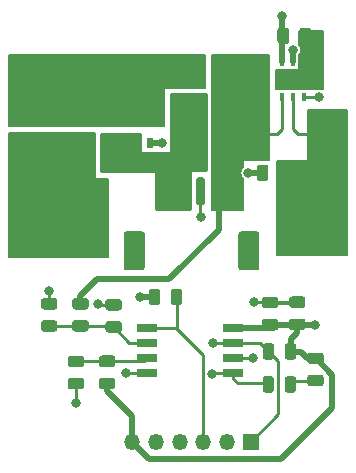
<source format=gbr>
%TF.GenerationSoftware,KiCad,Pcbnew,5.1.6+dfsg1-1*%
%TF.CreationDate,2021-04-16T09:38:54+02:00*%
%TF.ProjectId,buck_3a_v4,6275636b-5f33-4615-9f76-342e6b696361,rev?*%
%TF.SameCoordinates,Original*%
%TF.FileFunction,Copper,L1,Top*%
%TF.FilePolarity,Positive*%
%FSLAX46Y46*%
G04 Gerber Fmt 4.6, Leading zero omitted, Abs format (unit mm)*
G04 Created by KiCad (PCBNEW 5.1.6+dfsg1-1) date 2021-04-16 09:38:54*
%MOMM*%
%LPD*%
G01*
G04 APERTURE LIST*
%TA.AperFunction,SMDPad,CuDef*%
%ADD10R,3.400000X2.000000*%
%TD*%
%TA.AperFunction,SMDPad,CuDef*%
%ADD11R,2.500000X1.800000*%
%TD*%
%TA.AperFunction,ComponentPad*%
%ADD12C,4.000000*%
%TD*%
%TA.AperFunction,ComponentPad*%
%ADD13O,1.350000X1.350000*%
%TD*%
%TA.AperFunction,ComponentPad*%
%ADD14R,1.350000X1.350000*%
%TD*%
%TA.AperFunction,SMDPad,CuDef*%
%ADD15R,1.700000X0.650000*%
%TD*%
%TA.AperFunction,SMDPad,CuDef*%
%ADD16R,0.420000X0.760000*%
%TD*%
%TA.AperFunction,SMDPad,CuDef*%
%ADD17R,2.300000X1.500000*%
%TD*%
%TA.AperFunction,Conductor*%
%ADD18R,4.410000X4.550000*%
%TD*%
%TA.AperFunction,SMDPad,CuDef*%
%ADD19R,0.500000X0.850000*%
%TD*%
%TA.AperFunction,ViaPad*%
%ADD20C,0.800000*%
%TD*%
%TA.AperFunction,Conductor*%
%ADD21C,0.250000*%
%TD*%
%TA.AperFunction,Conductor*%
%ADD22C,0.500000*%
%TD*%
%TA.AperFunction,Conductor*%
%ADD23C,0.254000*%
%TD*%
%TA.AperFunction,Conductor*%
%ADD24C,0.150000*%
%TD*%
G04 APERTURE END LIST*
%TO.P,R8,2*%
%TO.N,GND*%
%TA.AperFunction,SMDPad,CuDef*%
G36*
G01*
X39743750Y-63050000D02*
X40656250Y-63050000D01*
G75*
G02*
X40900000Y-63293750I0J-243750D01*
G01*
X40900000Y-63781250D01*
G75*
G02*
X40656250Y-64025000I-243750J0D01*
G01*
X39743750Y-64025000D01*
G75*
G02*
X39500000Y-63781250I0J243750D01*
G01*
X39500000Y-63293750D01*
G75*
G02*
X39743750Y-63050000I243750J0D01*
G01*
G37*
%TD.AperFunction*%
%TO.P,R8,1*%
%TO.N,/TMESS*%
%TA.AperFunction,SMDPad,CuDef*%
G36*
G01*
X39743750Y-61175000D02*
X40656250Y-61175000D01*
G75*
G02*
X40900000Y-61418750I0J-243750D01*
G01*
X40900000Y-61906250D01*
G75*
G02*
X40656250Y-62150000I-243750J0D01*
G01*
X39743750Y-62150000D01*
G75*
G02*
X39500000Y-61906250I0J243750D01*
G01*
X39500000Y-61418750D01*
G75*
G02*
X39743750Y-61175000I243750J0D01*
G01*
G37*
%TD.AperFunction*%
%TD*%
%TO.P,C3,2*%
%TO.N,Net-(C3-Pad2)*%
%TA.AperFunction,SMDPad,CuDef*%
G36*
G01*
X57412500Y-46156250D02*
X57412500Y-45243750D01*
G75*
G02*
X57656250Y-45000000I243750J0D01*
G01*
X58143750Y-45000000D01*
G75*
G02*
X58387500Y-45243750I0J-243750D01*
G01*
X58387500Y-46156250D01*
G75*
G02*
X58143750Y-46400000I-243750J0D01*
G01*
X57656250Y-46400000D01*
G75*
G02*
X57412500Y-46156250I0J243750D01*
G01*
G37*
%TD.AperFunction*%
%TO.P,C3,1*%
%TO.N,Net-(C3-Pad1)*%
%TA.AperFunction,SMDPad,CuDef*%
G36*
G01*
X55537500Y-46156250D02*
X55537500Y-45243750D01*
G75*
G02*
X55781250Y-45000000I243750J0D01*
G01*
X56268750Y-45000000D01*
G75*
G02*
X56512500Y-45243750I0J-243750D01*
G01*
X56512500Y-46156250D01*
G75*
G02*
X56268750Y-46400000I-243750J0D01*
G01*
X55781250Y-46400000D01*
G75*
G02*
X55537500Y-46156250I0J243750D01*
G01*
G37*
%TD.AperFunction*%
%TD*%
%TO.P,C7,2*%
%TO.N,GND*%
%TA.AperFunction,SMDPad,CuDef*%
G36*
G01*
X59150000Y-34556250D02*
X59150000Y-33643750D01*
G75*
G02*
X59393750Y-33400000I243750J0D01*
G01*
X59881250Y-33400000D01*
G75*
G02*
X60125000Y-33643750I0J-243750D01*
G01*
X60125000Y-34556250D01*
G75*
G02*
X59881250Y-34800000I-243750J0D01*
G01*
X59393750Y-34800000D01*
G75*
G02*
X59150000Y-34556250I0J243750D01*
G01*
G37*
%TD.AperFunction*%
%TO.P,C7,1*%
%TO.N,+5V*%
%TA.AperFunction,SMDPad,CuDef*%
G36*
G01*
X57275000Y-34556250D02*
X57275000Y-33643750D01*
G75*
G02*
X57518750Y-33400000I243750J0D01*
G01*
X58006250Y-33400000D01*
G75*
G02*
X58250000Y-33643750I0J-243750D01*
G01*
X58250000Y-34556250D01*
G75*
G02*
X58006250Y-34800000I-243750J0D01*
G01*
X57518750Y-34800000D01*
G75*
G02*
X57275000Y-34556250I0J243750D01*
G01*
G37*
%TD.AperFunction*%
%TD*%
%TO.P,C1,2*%
%TO.N,GND*%
%TA.AperFunction,SMDPad,CuDef*%
G36*
G01*
X50625000Y-41725000D02*
X50625000Y-43875000D01*
G75*
G02*
X50375000Y-44125000I-250000J0D01*
G01*
X49625000Y-44125000D01*
G75*
G02*
X49375000Y-43875000I0J250000D01*
G01*
X49375000Y-41725000D01*
G75*
G02*
X49625000Y-41475000I250000J0D01*
G01*
X50375000Y-41475000D01*
G75*
G02*
X50625000Y-41725000I0J-250000D01*
G01*
G37*
%TD.AperFunction*%
%TO.P,C1,1*%
%TO.N,VCC*%
%TA.AperFunction,SMDPad,CuDef*%
G36*
G01*
X53425000Y-41725000D02*
X53425000Y-43875000D01*
G75*
G02*
X53175000Y-44125000I-250000J0D01*
G01*
X52425000Y-44125000D01*
G75*
G02*
X52175000Y-43875000I0J250000D01*
G01*
X52175000Y-41725000D01*
G75*
G02*
X52425000Y-41475000I250000J0D01*
G01*
X53175000Y-41475000D01*
G75*
G02*
X53425000Y-41725000I0J-250000D01*
G01*
G37*
%TD.AperFunction*%
%TD*%
D10*
%TO.P,L1,2*%
%TO.N,Net-(D1-Pad2)*%
X37800000Y-37850000D03*
%TO.P,L1,1*%
%TO.N,Net-(C3-Pad1)*%
X37800000Y-43550000D03*
%TD*%
D11*
%TO.P,D1,2*%
%TO.N,Net-(D1-Pad2)*%
X49400000Y-36900000D03*
%TO.P,D1,1*%
%TO.N,VCC*%
X53400000Y-36900000D03*
%TD*%
%TO.P,C6,2*%
%TO.N,GND*%
%TA.AperFunction,SMDPad,CuDef*%
G36*
G01*
X43856250Y-57350000D02*
X42943750Y-57350000D01*
G75*
G02*
X42700000Y-57106250I0J243750D01*
G01*
X42700000Y-56618750D01*
G75*
G02*
X42943750Y-56375000I243750J0D01*
G01*
X43856250Y-56375000D01*
G75*
G02*
X44100000Y-56618750I0J-243750D01*
G01*
X44100000Y-57106250D01*
G75*
G02*
X43856250Y-57350000I-243750J0D01*
G01*
G37*
%TD.AperFunction*%
%TO.P,C6,1*%
%TO.N,/VMESS*%
%TA.AperFunction,SMDPad,CuDef*%
G36*
G01*
X43856250Y-59225000D02*
X42943750Y-59225000D01*
G75*
G02*
X42700000Y-58981250I0J243750D01*
G01*
X42700000Y-58493750D01*
G75*
G02*
X42943750Y-58250000I243750J0D01*
G01*
X43856250Y-58250000D01*
G75*
G02*
X44100000Y-58493750I0J-243750D01*
G01*
X44100000Y-58981250D01*
G75*
G02*
X43856250Y-59225000I-243750J0D01*
G01*
G37*
%TD.AperFunction*%
%TD*%
D12*
%TO.P,LED+,1*%
%TO.N,Net-(C3-Pad2)*%
X60000000Y-50000000D03*
%TD*%
%TO.P,LED-,1*%
%TO.N,Net-(C3-Pad1)*%
X40000000Y-50000000D03*
%TD*%
%TO.P,J3,MP*%
%TO.N,N/C*%
%TA.AperFunction,SMDPad,CuDef*%
G36*
G01*
X46050000Y-50900000D02*
X46050000Y-53700000D01*
G75*
G02*
X45800000Y-53950000I-250000J0D01*
G01*
X44500000Y-53950000D01*
G75*
G02*
X44250000Y-53700000I0J250000D01*
G01*
X44250000Y-50900000D01*
G75*
G02*
X44500000Y-50650000I250000J0D01*
G01*
X45800000Y-50650000D01*
G75*
G02*
X46050000Y-50900000I0J-250000D01*
G01*
G37*
%TD.AperFunction*%
%TA.AperFunction,SMDPad,CuDef*%
G36*
G01*
X55750000Y-50900000D02*
X55750000Y-53700000D01*
G75*
G02*
X55500000Y-53950000I-250000J0D01*
G01*
X54200000Y-53950000D01*
G75*
G02*
X53950000Y-53700000I0J250000D01*
G01*
X53950000Y-50900000D01*
G75*
G02*
X54200000Y-50650000I250000J0D01*
G01*
X55500000Y-50650000D01*
G75*
G02*
X55750000Y-50900000I0J-250000D01*
G01*
G37*
%TD.AperFunction*%
%TO.P,J3,4*%
%TO.N,GND*%
%TA.AperFunction,SMDPad,CuDef*%
G36*
G01*
X48150000Y-46250000D02*
X48150000Y-48250000D01*
G75*
G02*
X47950000Y-48450000I-200000J0D01*
G01*
X47550000Y-48450000D01*
G75*
G02*
X47350000Y-48250000I0J200000D01*
G01*
X47350000Y-46250000D01*
G75*
G02*
X47550000Y-46050000I200000J0D01*
G01*
X47950000Y-46050000D01*
G75*
G02*
X48150000Y-46250000I0J-200000D01*
G01*
G37*
%TD.AperFunction*%
%TO.P,J3,3*%
%TA.AperFunction,SMDPad,CuDef*%
G36*
G01*
X49650000Y-46250000D02*
X49650000Y-48250000D01*
G75*
G02*
X49450000Y-48450000I-200000J0D01*
G01*
X49050000Y-48450000D01*
G75*
G02*
X48850000Y-48250000I0J200000D01*
G01*
X48850000Y-46250000D01*
G75*
G02*
X49050000Y-46050000I200000J0D01*
G01*
X49450000Y-46050000D01*
G75*
G02*
X49650000Y-46250000I0J-200000D01*
G01*
G37*
%TD.AperFunction*%
%TO.P,J3,2*%
%TO.N,/MODE*%
%TA.AperFunction,SMDPad,CuDef*%
G36*
G01*
X51150000Y-46250000D02*
X51150000Y-48250000D01*
G75*
G02*
X50950000Y-48450000I-200000J0D01*
G01*
X50550000Y-48450000D01*
G75*
G02*
X50350000Y-48250000I0J200000D01*
G01*
X50350000Y-46250000D01*
G75*
G02*
X50550000Y-46050000I200000J0D01*
G01*
X50950000Y-46050000D01*
G75*
G02*
X51150000Y-46250000I0J-200000D01*
G01*
G37*
%TD.AperFunction*%
%TO.P,J3,1*%
%TO.N,VCC*%
%TA.AperFunction,SMDPad,CuDef*%
G36*
G01*
X52650000Y-46250000D02*
X52650000Y-48250000D01*
G75*
G02*
X52450000Y-48450000I-200000J0D01*
G01*
X52050000Y-48450000D01*
G75*
G02*
X51850000Y-48250000I0J200000D01*
G01*
X51850000Y-46250000D01*
G75*
G02*
X52050000Y-46050000I200000J0D01*
G01*
X52450000Y-46050000D01*
G75*
G02*
X52650000Y-46250000I0J-200000D01*
G01*
G37*
%TD.AperFunction*%
%TD*%
D13*
%TO.P,J5,6*%
%TO.N,+5V*%
X44996000Y-68466000D03*
%TO.P,J5,5*%
%TO.N,GND*%
X46996000Y-68466000D03*
%TO.P,J5,4*%
%TO.N,/LED*%
X48996000Y-68466000D03*
%TO.P,J5,3*%
%TO.N,/RESET*%
X50996000Y-68466000D03*
%TO.P,J5,2*%
%TO.N,/PWM*%
X52996000Y-68466000D03*
D14*
%TO.P,J5,1*%
%TO.N,/MODE*%
X54996000Y-68466000D03*
%TD*%
D15*
%TO.P,U2,8*%
%TO.N,+5V*%
X53546000Y-58811000D03*
%TO.P,U2,7*%
%TO.N,/MODE*%
X53546000Y-60081000D03*
%TO.P,U2,6*%
%TO.N,/PWM*%
X53546000Y-61351000D03*
%TO.P,U2,5*%
%TO.N,/LED*%
X53546000Y-62621000D03*
%TO.P,U2,4*%
%TO.N,GND*%
X46246000Y-62621000D03*
%TO.P,U2,3*%
%TO.N,/TMESS*%
X46246000Y-61351000D03*
%TO.P,U2,2*%
%TO.N,/VMESS*%
X46246000Y-60081000D03*
%TO.P,U2,1*%
%TO.N,/RESET*%
X46246000Y-58811000D03*
%TD*%
D16*
%TO.P,U1,1*%
%TO.N,VCC*%
X57650000Y-39285000D03*
%TO.P,U1,2*%
%TO.N,Net-(C3-Pad2)*%
X58600000Y-39285000D03*
%TO.P,U1,3*%
%TO.N,/PWM*%
X59550000Y-39285000D03*
%TO.P,U1,4*%
%TO.N,GND*%
X59550000Y-36315000D03*
%TO.P,U1,5*%
%TO.N,Net-(Q1-Pad4)*%
X58600000Y-36315000D03*
%TO.P,U1,6*%
%TO.N,+5V*%
X57650000Y-36315000D03*
D17*
%TO.P,U1,7*%
%TO.N,GND*%
X58600000Y-37800000D03*
%TD*%
%TO.P,R7,2*%
%TO.N,/RESET*%
%TA.AperFunction,SMDPad,CuDef*%
G36*
G01*
X48250000Y-56656250D02*
X48250000Y-55743750D01*
G75*
G02*
X48493750Y-55500000I243750J0D01*
G01*
X48981250Y-55500000D01*
G75*
G02*
X49225000Y-55743750I0J-243750D01*
G01*
X49225000Y-56656250D01*
G75*
G02*
X48981250Y-56900000I-243750J0D01*
G01*
X48493750Y-56900000D01*
G75*
G02*
X48250000Y-56656250I0J243750D01*
G01*
G37*
%TD.AperFunction*%
%TO.P,R7,1*%
%TO.N,+5V*%
%TA.AperFunction,SMDPad,CuDef*%
G36*
G01*
X46375000Y-56656250D02*
X46375000Y-55743750D01*
G75*
G02*
X46618750Y-55500000I243750J0D01*
G01*
X47106250Y-55500000D01*
G75*
G02*
X47350000Y-55743750I0J-243750D01*
G01*
X47350000Y-56656250D01*
G75*
G02*
X47106250Y-56900000I-243750J0D01*
G01*
X46618750Y-56900000D01*
G75*
G02*
X46375000Y-56656250I0J243750D01*
G01*
G37*
%TD.AperFunction*%
%TD*%
%TO.P,R6,2*%
%TO.N,/TMESS*%
%TA.AperFunction,SMDPad,CuDef*%
G36*
G01*
X43302250Y-62128500D02*
X42389750Y-62128500D01*
G75*
G02*
X42146000Y-61884750I0J243750D01*
G01*
X42146000Y-61397250D01*
G75*
G02*
X42389750Y-61153500I243750J0D01*
G01*
X43302250Y-61153500D01*
G75*
G02*
X43546000Y-61397250I0J-243750D01*
G01*
X43546000Y-61884750D01*
G75*
G02*
X43302250Y-62128500I-243750J0D01*
G01*
G37*
%TD.AperFunction*%
%TO.P,R6,1*%
%TO.N,+5V*%
%TA.AperFunction,SMDPad,CuDef*%
G36*
G01*
X43302250Y-64003500D02*
X42389750Y-64003500D01*
G75*
G02*
X42146000Y-63759750I0J243750D01*
G01*
X42146000Y-63272250D01*
G75*
G02*
X42389750Y-63028500I243750J0D01*
G01*
X43302250Y-63028500D01*
G75*
G02*
X43546000Y-63272250I0J-243750D01*
G01*
X43546000Y-63759750D01*
G75*
G02*
X43302250Y-64003500I-243750J0D01*
G01*
G37*
%TD.AperFunction*%
%TD*%
%TO.P,R5,2*%
%TO.N,+5V*%
%TA.AperFunction,SMDPad,CuDef*%
G36*
G01*
X60956250Y-61887500D02*
X60043750Y-61887500D01*
G75*
G02*
X59800000Y-61643750I0J243750D01*
G01*
X59800000Y-61156250D01*
G75*
G02*
X60043750Y-60912500I243750J0D01*
G01*
X60956250Y-60912500D01*
G75*
G02*
X61200000Y-61156250I0J-243750D01*
G01*
X61200000Y-61643750D01*
G75*
G02*
X60956250Y-61887500I-243750J0D01*
G01*
G37*
%TD.AperFunction*%
%TO.P,R5,1*%
%TO.N,Net-(D2-Pad2)*%
%TA.AperFunction,SMDPad,CuDef*%
G36*
G01*
X60956250Y-63762500D02*
X60043750Y-63762500D01*
G75*
G02*
X59800000Y-63518750I0J243750D01*
G01*
X59800000Y-63031250D01*
G75*
G02*
X60043750Y-62787500I243750J0D01*
G01*
X60956250Y-62787500D01*
G75*
G02*
X61200000Y-63031250I0J-243750D01*
G01*
X61200000Y-63518750D01*
G75*
G02*
X60956250Y-63762500I-243750J0D01*
G01*
G37*
%TD.AperFunction*%
%TD*%
%TO.P,R4,2*%
%TO.N,GND*%
%TA.AperFunction,SMDPad,CuDef*%
G36*
G01*
X38402250Y-57266000D02*
X37489750Y-57266000D01*
G75*
G02*
X37246000Y-57022250I0J243750D01*
G01*
X37246000Y-56534750D01*
G75*
G02*
X37489750Y-56291000I243750J0D01*
G01*
X38402250Y-56291000D01*
G75*
G02*
X38646000Y-56534750I0J-243750D01*
G01*
X38646000Y-57022250D01*
G75*
G02*
X38402250Y-57266000I-243750J0D01*
G01*
G37*
%TD.AperFunction*%
%TO.P,R4,1*%
%TO.N,/VMESS*%
%TA.AperFunction,SMDPad,CuDef*%
G36*
G01*
X38402250Y-59141000D02*
X37489750Y-59141000D01*
G75*
G02*
X37246000Y-58897250I0J243750D01*
G01*
X37246000Y-58409750D01*
G75*
G02*
X37489750Y-58166000I243750J0D01*
G01*
X38402250Y-58166000D01*
G75*
G02*
X38646000Y-58409750I0J-243750D01*
G01*
X38646000Y-58897250D01*
G75*
G02*
X38402250Y-59141000I-243750J0D01*
G01*
G37*
%TD.AperFunction*%
%TD*%
%TO.P,R3,2*%
%TO.N,/VMESS*%
%TA.AperFunction,SMDPad,CuDef*%
G36*
G01*
X40139750Y-58166000D02*
X41052250Y-58166000D01*
G75*
G02*
X41296000Y-58409750I0J-243750D01*
G01*
X41296000Y-58897250D01*
G75*
G02*
X41052250Y-59141000I-243750J0D01*
G01*
X40139750Y-59141000D01*
G75*
G02*
X39896000Y-58897250I0J243750D01*
G01*
X39896000Y-58409750D01*
G75*
G02*
X40139750Y-58166000I243750J0D01*
G01*
G37*
%TD.AperFunction*%
%TO.P,R3,1*%
%TO.N,VCC*%
%TA.AperFunction,SMDPad,CuDef*%
G36*
G01*
X40139750Y-56291000D02*
X41052250Y-56291000D01*
G75*
G02*
X41296000Y-56534750I0J-243750D01*
G01*
X41296000Y-57022250D01*
G75*
G02*
X41052250Y-57266000I-243750J0D01*
G01*
X40139750Y-57266000D01*
G75*
G02*
X39896000Y-57022250I0J243750D01*
G01*
X39896000Y-56534750D01*
G75*
G02*
X40139750Y-56291000I243750J0D01*
G01*
G37*
%TD.AperFunction*%
%TD*%
%TO.P,R2,2*%
%TO.N,/MODE*%
%TA.AperFunction,SMDPad,CuDef*%
G36*
G01*
X56996000Y-60359750D02*
X56996000Y-61272250D01*
G75*
G02*
X56752250Y-61516000I-243750J0D01*
G01*
X56264750Y-61516000D01*
G75*
G02*
X56021000Y-61272250I0J243750D01*
G01*
X56021000Y-60359750D01*
G75*
G02*
X56264750Y-60116000I243750J0D01*
G01*
X56752250Y-60116000D01*
G75*
G02*
X56996000Y-60359750I0J-243750D01*
G01*
G37*
%TD.AperFunction*%
%TO.P,R2,1*%
%TO.N,+5V*%
%TA.AperFunction,SMDPad,CuDef*%
G36*
G01*
X58871000Y-60359750D02*
X58871000Y-61272250D01*
G75*
G02*
X58627250Y-61516000I-243750J0D01*
G01*
X58139750Y-61516000D01*
G75*
G02*
X57896000Y-61272250I0J243750D01*
G01*
X57896000Y-60359750D01*
G75*
G02*
X58139750Y-60116000I243750J0D01*
G01*
X58627250Y-60116000D01*
G75*
G02*
X58871000Y-60359750I0J-243750D01*
G01*
G37*
%TD.AperFunction*%
%TD*%
%TO.P,R1,2*%
%TO.N,VCC*%
%TA.AperFunction,SMDPad,CuDef*%
G36*
G01*
X55975000Y-40974999D02*
X55975000Y-43825001D01*
G75*
G02*
X55725001Y-44075000I-249999J0D01*
G01*
X54874999Y-44075000D01*
G75*
G02*
X54625000Y-43825001I0J249999D01*
G01*
X54625000Y-40974999D01*
G75*
G02*
X54874999Y-40725000I249999J0D01*
G01*
X55725001Y-40725000D01*
G75*
G02*
X55975000Y-40974999I0J-249999D01*
G01*
G37*
%TD.AperFunction*%
%TO.P,R1,1*%
%TO.N,Net-(C3-Pad2)*%
%TA.AperFunction,SMDPad,CuDef*%
G36*
G01*
X61775000Y-40974999D02*
X61775000Y-43825001D01*
G75*
G02*
X61525001Y-44075000I-249999J0D01*
G01*
X60674999Y-44075000D01*
G75*
G02*
X60425000Y-43825001I0J249999D01*
G01*
X60425000Y-40974999D01*
G75*
G02*
X60674999Y-40725000I249999J0D01*
G01*
X61525001Y-40725000D01*
G75*
G02*
X61775000Y-40974999I0J-249999D01*
G01*
G37*
%TD.AperFunction*%
%TD*%
D18*
%TO.N,Net-(D1-Pad2)*%
%TO.C,Q1*%
X44600000Y-39250000D03*
D19*
%TD*%
%TO.P,Q1,4*%
%TO.N,Net-(Q1-Pad4)*%
X46505000Y-43200000D03*
%TO.P,Q1,3*%
%TO.N,GND*%
X45235000Y-43200000D03*
%TO.P,Q1,2*%
X43965000Y-43200000D03*
%TO.P,Q1,1*%
X42695000Y-43200000D03*
%TD*%
%TO.P,D2,2*%
%TO.N,Net-(D2-Pad2)*%
%TA.AperFunction,SMDPad,CuDef*%
G36*
G01*
X57887500Y-64056250D02*
X57887500Y-63143750D01*
G75*
G02*
X58131250Y-62900000I243750J0D01*
G01*
X58618750Y-62900000D01*
G75*
G02*
X58862500Y-63143750I0J-243750D01*
G01*
X58862500Y-64056250D01*
G75*
G02*
X58618750Y-64300000I-243750J0D01*
G01*
X58131250Y-64300000D01*
G75*
G02*
X57887500Y-64056250I0J243750D01*
G01*
G37*
%TD.AperFunction*%
%TO.P,D2,1*%
%TO.N,/LED*%
%TA.AperFunction,SMDPad,CuDef*%
G36*
G01*
X56012500Y-64056250D02*
X56012500Y-63143750D01*
G75*
G02*
X56256250Y-62900000I243750J0D01*
G01*
X56743750Y-62900000D01*
G75*
G02*
X56987500Y-63143750I0J-243750D01*
G01*
X56987500Y-64056250D01*
G75*
G02*
X56743750Y-64300000I-243750J0D01*
G01*
X56256250Y-64300000D01*
G75*
G02*
X56012500Y-64056250I0J243750D01*
G01*
G37*
%TD.AperFunction*%
%TD*%
%TO.P,C5,2*%
%TO.N,GND*%
%TA.AperFunction,SMDPad,CuDef*%
G36*
G01*
X59402250Y-57128500D02*
X58489750Y-57128500D01*
G75*
G02*
X58246000Y-56884750I0J243750D01*
G01*
X58246000Y-56397250D01*
G75*
G02*
X58489750Y-56153500I243750J0D01*
G01*
X59402250Y-56153500D01*
G75*
G02*
X59646000Y-56397250I0J-243750D01*
G01*
X59646000Y-56884750D01*
G75*
G02*
X59402250Y-57128500I-243750J0D01*
G01*
G37*
%TD.AperFunction*%
%TO.P,C5,1*%
%TO.N,+5V*%
%TA.AperFunction,SMDPad,CuDef*%
G36*
G01*
X59402250Y-59003500D02*
X58489750Y-59003500D01*
G75*
G02*
X58246000Y-58759750I0J243750D01*
G01*
X58246000Y-58272250D01*
G75*
G02*
X58489750Y-58028500I243750J0D01*
G01*
X59402250Y-58028500D01*
G75*
G02*
X59646000Y-58272250I0J-243750D01*
G01*
X59646000Y-58759750D01*
G75*
G02*
X59402250Y-59003500I-243750J0D01*
G01*
G37*
%TD.AperFunction*%
%TD*%
%TO.P,C4,2*%
%TO.N,GND*%
%TA.AperFunction,SMDPad,CuDef*%
G36*
G01*
X57102250Y-57166000D02*
X56189750Y-57166000D01*
G75*
G02*
X55946000Y-56922250I0J243750D01*
G01*
X55946000Y-56434750D01*
G75*
G02*
X56189750Y-56191000I243750J0D01*
G01*
X57102250Y-56191000D01*
G75*
G02*
X57346000Y-56434750I0J-243750D01*
G01*
X57346000Y-56922250D01*
G75*
G02*
X57102250Y-57166000I-243750J0D01*
G01*
G37*
%TD.AperFunction*%
%TO.P,C4,1*%
%TO.N,+5V*%
%TA.AperFunction,SMDPad,CuDef*%
G36*
G01*
X57102250Y-59041000D02*
X56189750Y-59041000D01*
G75*
G02*
X55946000Y-58797250I0J243750D01*
G01*
X55946000Y-58309750D01*
G75*
G02*
X56189750Y-58066000I243750J0D01*
G01*
X57102250Y-58066000D01*
G75*
G02*
X57346000Y-58309750I0J-243750D01*
G01*
X57346000Y-58797250D01*
G75*
G02*
X57102250Y-59041000I-243750J0D01*
G01*
G37*
%TD.AperFunction*%
%TD*%
%TO.P,C2,2*%
%TO.N,GND*%
%TA.AperFunction,SMDPad,CuDef*%
G36*
G01*
X51150000Y-39443750D02*
X51150000Y-40356250D01*
G75*
G02*
X50906250Y-40600000I-243750J0D01*
G01*
X50418750Y-40600000D01*
G75*
G02*
X50175000Y-40356250I0J243750D01*
G01*
X50175000Y-39443750D01*
G75*
G02*
X50418750Y-39200000I243750J0D01*
G01*
X50906250Y-39200000D01*
G75*
G02*
X51150000Y-39443750I0J-243750D01*
G01*
G37*
%TD.AperFunction*%
%TO.P,C2,1*%
%TO.N,VCC*%
%TA.AperFunction,SMDPad,CuDef*%
G36*
G01*
X53025000Y-39443750D02*
X53025000Y-40356250D01*
G75*
G02*
X52781250Y-40600000I-243750J0D01*
G01*
X52293750Y-40600000D01*
G75*
G02*
X52050000Y-40356250I0J243750D01*
G01*
X52050000Y-39443750D01*
G75*
G02*
X52293750Y-39200000I243750J0D01*
G01*
X52781250Y-39200000D01*
G75*
G02*
X53025000Y-39443750I0J-243750D01*
G01*
G37*
%TD.AperFunction*%
%TD*%
D20*
%TO.N,GND*%
X59200000Y-37800000D03*
X57900000Y-37800000D03*
X44421000Y-62621000D03*
X45200000Y-44700000D03*
X44200000Y-44700000D03*
X43200000Y-44700000D03*
X37946002Y-55653998D03*
X55300000Y-56600000D03*
X60600000Y-37800000D03*
X60600000Y-36400000D03*
X46300000Y-44700000D03*
X48300000Y-44700000D03*
X47300000Y-44700000D03*
X42100000Y-56800000D03*
X40200000Y-65200000D03*
%TO.N,Net-(C3-Pad1)*%
X54800000Y-45700000D03*
%TO.N,+5V*%
X45600002Y-56200000D03*
X60446483Y-58553517D03*
X57700002Y-32400000D03*
%TO.N,/LED*%
X51721000Y-62700000D03*
%TO.N,/MODE*%
X50800000Y-49400000D03*
X51781000Y-60081000D03*
%TO.N,/PWM*%
X55200000Y-61400000D03*
X60800000Y-39300000D03*
%TO.N,Net-(Q1-Pad4)*%
X58600000Y-35300000D03*
X47499998Y-43200000D03*
%TD*%
D21*
%TO.N,GND*%
X46246000Y-62621000D02*
X44421000Y-62621000D01*
X58908500Y-56678500D02*
X58946000Y-56641000D01*
X56646000Y-56678500D02*
X58908500Y-56678500D01*
X37946000Y-56778500D02*
X37946000Y-55654000D01*
X37946000Y-55654000D02*
X37946002Y-55653998D01*
X55341000Y-56641000D02*
X55300000Y-56600000D01*
X58946000Y-56641000D02*
X55341000Y-56641000D01*
X59600000Y-36265000D02*
X59550000Y-36315000D01*
X42162500Y-56862500D02*
X42100000Y-56800000D01*
X43400000Y-56862500D02*
X42162500Y-56862500D01*
X40200000Y-63537500D02*
X40200000Y-65200000D01*
%TO.N,VCC*%
X57200000Y-42400000D02*
X57650000Y-41950000D01*
X57650000Y-41950000D02*
X57650000Y-39285000D01*
X55300000Y-42400000D02*
X57200000Y-42400000D01*
X52300000Y-47300000D02*
X52250000Y-47250000D01*
D22*
X52300000Y-50500000D02*
X52300000Y-47300000D01*
X48100000Y-54700000D02*
X52300000Y-50500000D01*
X42000000Y-54700000D02*
X48100000Y-54700000D01*
X40596000Y-56104000D02*
X42000000Y-54700000D01*
X40596000Y-56778500D02*
X40596000Y-56104000D01*
%TO.N,Net-(C3-Pad1)*%
X56025000Y-45700000D02*
X54800000Y-45700000D01*
D21*
%TO.N,+5V*%
X53557000Y-58800000D02*
X53546000Y-58811000D01*
X56399500Y-58800000D02*
X56646000Y-58553500D01*
X58908500Y-58553500D02*
X58946000Y-58516000D01*
D22*
X59800000Y-61400000D02*
X59300000Y-60900000D01*
D21*
X60500000Y-61400000D02*
X59800000Y-61400000D01*
X58467500Y-60900000D02*
X58383500Y-60816000D01*
D22*
X59300000Y-60900000D02*
X58467500Y-60900000D01*
D21*
X58400000Y-60799500D02*
X58383500Y-60816000D01*
D22*
X58400000Y-59800000D02*
X58400000Y-60799500D01*
X58946000Y-59254000D02*
X58400000Y-59800000D01*
X58946000Y-58516000D02*
X58946000Y-59254000D01*
X42846000Y-63516000D02*
X42846000Y-64146000D01*
X44996000Y-66296000D02*
X44996000Y-68466000D01*
X42846000Y-64146000D02*
X44996000Y-66296000D01*
X46862500Y-56200000D02*
X45600002Y-56200000D01*
X46430000Y-69900000D02*
X44996000Y-68466000D01*
X57561106Y-69900000D02*
X46430000Y-69900000D01*
X61900000Y-65561106D02*
X57561106Y-69900000D01*
X61900000Y-62800000D02*
X61900000Y-65561106D01*
X60500000Y-61400000D02*
X61900000Y-62800000D01*
X56646000Y-58553500D02*
X58908500Y-58553500D01*
X53557000Y-58800000D02*
X56399501Y-58800000D01*
X56399500Y-58800000D02*
X56399501Y-58800000D01*
X56399501Y-58800000D02*
X56645984Y-58553517D01*
X56645984Y-58553517D02*
X59880798Y-58553517D01*
X59880798Y-58553517D02*
X60446483Y-58553517D01*
D21*
X57700000Y-34475000D02*
X57725000Y-34500000D01*
X57650000Y-34575000D02*
X57725000Y-34500000D01*
D22*
X57650000Y-36315000D02*
X57650000Y-34575000D01*
X57700000Y-34475000D02*
X57700000Y-33000000D01*
X57700000Y-33000000D02*
X57700000Y-32400002D01*
X57700000Y-32400002D02*
X57700002Y-32400000D01*
D21*
%TO.N,Net-(D2-Pad2)*%
X60475000Y-63300000D02*
X60500000Y-63275000D01*
X58675000Y-63300000D02*
X60475000Y-63300000D01*
X58375000Y-63600000D02*
X58675000Y-63300000D01*
%TO.N,/LED*%
X53546000Y-63146000D02*
X53546000Y-62621000D01*
X53900000Y-63500000D02*
X53546000Y-63146000D01*
X56121000Y-63500000D02*
X53900000Y-63500000D01*
X51800000Y-62621000D02*
X51721000Y-62700000D01*
X53546000Y-62621000D02*
X51800000Y-62621000D01*
%TO.N,/MODE*%
X51781000Y-60081000D02*
X53546000Y-60081000D01*
X55773500Y-60081000D02*
X56508500Y-60816000D01*
X53546000Y-60081000D02*
X55773500Y-60081000D01*
X56508500Y-60816000D02*
X57312510Y-61620010D01*
X57312510Y-61620010D02*
X57312510Y-66149490D01*
X57312510Y-66149490D02*
X54996000Y-68466000D01*
X50750000Y-49350000D02*
X50800000Y-49400000D01*
X50750000Y-47250000D02*
X50750000Y-49350000D01*
%TO.N,/TMESS*%
X45956000Y-61641000D02*
X46246000Y-61351000D01*
X42846000Y-61641000D02*
X45956000Y-61641000D01*
X40221500Y-61641000D02*
X40200000Y-61662500D01*
X42846000Y-61641000D02*
X40221500Y-61641000D01*
%TO.N,/RESET*%
X45988500Y-58553500D02*
X46246000Y-58811000D01*
X46246000Y-58811000D02*
X48189000Y-58811000D01*
X50996000Y-61128500D02*
X50996000Y-68466000D01*
X48678500Y-58811000D02*
X50996000Y-61128500D01*
X47811000Y-58811000D02*
X48678500Y-58811000D01*
X48737500Y-58752000D02*
X48678500Y-58811000D01*
X48737500Y-56200000D02*
X48737500Y-58752000D01*
%TO.N,/PWM*%
X55151000Y-61351000D02*
X55200000Y-61400000D01*
X53546000Y-61351000D02*
X55151000Y-61351000D01*
X59565000Y-39300000D02*
X59550000Y-39285000D01*
X60800000Y-39300000D02*
X59565000Y-39300000D01*
D22*
%TO.N,Net-(Q1-Pad4)*%
X58600000Y-36315000D02*
X58600000Y-35300000D01*
X46505000Y-43200000D02*
X47499998Y-43200000D01*
D21*
%TO.N,/VMESS*%
X37946000Y-58653500D02*
X40596000Y-58653500D01*
X43316000Y-58653500D02*
X43400000Y-58737500D01*
X40596000Y-58653500D02*
X43316000Y-58653500D01*
X44743500Y-60081000D02*
X46246000Y-60081000D01*
X43400000Y-58737500D02*
X44743500Y-60081000D01*
%TO.N,Net-(C3-Pad2)*%
X58600000Y-42000000D02*
X58600000Y-39285000D01*
X59000000Y-42400000D02*
X58600000Y-42000000D01*
X61100000Y-42400000D02*
X59000000Y-42400000D01*
%TD*%
D23*
%TO.N,GND*%
G36*
X51223001Y-45472846D02*
G01*
X49999964Y-45473191D01*
X49975188Y-45475638D01*
X49951366Y-45482872D01*
X49929413Y-45494614D01*
X49910172Y-45510414D01*
X49894383Y-45529663D01*
X49882654Y-45551623D01*
X49875433Y-45575450D01*
X49873000Y-45600191D01*
X49873001Y-48773000D01*
X47027000Y-48773000D01*
X47027000Y-45700000D01*
X47024560Y-45675224D01*
X47017333Y-45651399D01*
X47005597Y-45629443D01*
X46989803Y-45610197D01*
X46970557Y-45594403D01*
X46948601Y-45582667D01*
X46924776Y-45575440D01*
X46900000Y-45573000D01*
X42327000Y-45573000D01*
X42327000Y-42376976D01*
X45673000Y-42377025D01*
X45673000Y-43899948D01*
X45675440Y-43924724D01*
X45682667Y-43948549D01*
X45694403Y-43970505D01*
X45710197Y-43989751D01*
X45729443Y-44005545D01*
X45751399Y-44017281D01*
X45775224Y-44024508D01*
X45799997Y-44026948D01*
X48099997Y-44027000D01*
X48124774Y-44024560D01*
X48148598Y-44017334D01*
X48170555Y-44005598D01*
X48189801Y-43989805D01*
X48205595Y-43970560D01*
X48217332Y-43948603D01*
X48224559Y-43924779D01*
X48226999Y-43900606D01*
X48229003Y-43480878D01*
X48250985Y-43427809D01*
X48280998Y-43276922D01*
X48280998Y-43123078D01*
X48250985Y-42972191D01*
X48231655Y-42925524D01*
X48250269Y-39027000D01*
X51223000Y-39027000D01*
X51223001Y-45472846D01*
G37*
X51223001Y-45472846D02*
X49999964Y-45473191D01*
X49975188Y-45475638D01*
X49951366Y-45482872D01*
X49929413Y-45494614D01*
X49910172Y-45510414D01*
X49894383Y-45529663D01*
X49882654Y-45551623D01*
X49875433Y-45575450D01*
X49873000Y-45600191D01*
X49873001Y-48773000D01*
X47027000Y-48773000D01*
X47027000Y-45700000D01*
X47024560Y-45675224D01*
X47017333Y-45651399D01*
X47005597Y-45629443D01*
X46989803Y-45610197D01*
X46970557Y-45594403D01*
X46948601Y-45582667D01*
X46924776Y-45575440D01*
X46900000Y-45573000D01*
X42327000Y-45573000D01*
X42327000Y-42376976D01*
X45673000Y-42377025D01*
X45673000Y-43899948D01*
X45675440Y-43924724D01*
X45682667Y-43948549D01*
X45694403Y-43970505D01*
X45710197Y-43989751D01*
X45729443Y-44005545D01*
X45751399Y-44017281D01*
X45775224Y-44024508D01*
X45799997Y-44026948D01*
X48099997Y-44027000D01*
X48124774Y-44024560D01*
X48148598Y-44017334D01*
X48170555Y-44005598D01*
X48189801Y-43989805D01*
X48205595Y-43970560D01*
X48217332Y-43948603D01*
X48224559Y-43924779D01*
X48226999Y-43900606D01*
X48229003Y-43480878D01*
X48250985Y-43427809D01*
X48280998Y-43276922D01*
X48280998Y-43123078D01*
X48250985Y-42972191D01*
X48231655Y-42925524D01*
X48250269Y-39027000D01*
X51223000Y-39027000D01*
X51223001Y-45472846D01*
D24*
G36*
X61125000Y-38625000D02*
G01*
X57175000Y-38625000D01*
X57175000Y-36975000D01*
X59000000Y-36975000D01*
X59014632Y-36973559D01*
X59028701Y-36969291D01*
X59041668Y-36962360D01*
X59053033Y-36953033D01*
X59062360Y-36941668D01*
X59069291Y-36928701D01*
X59073559Y-36914632D01*
X59075000Y-36900000D01*
X59075000Y-36768755D01*
X59081020Y-36748909D01*
X59086330Y-36695000D01*
X59086330Y-36518851D01*
X59087383Y-36516881D01*
X59117403Y-36417918D01*
X59125000Y-36340788D01*
X59125000Y-35729250D01*
X59198177Y-35619732D01*
X59249060Y-35496890D01*
X59275000Y-35366482D01*
X59275000Y-35233518D01*
X59249060Y-35103110D01*
X59198177Y-34980268D01*
X59124307Y-34869713D01*
X59075000Y-34820406D01*
X59075000Y-33675000D01*
X61125000Y-33675000D01*
X61125000Y-38625000D01*
G37*
X61125000Y-38625000D02*
X57175000Y-38625000D01*
X57175000Y-36975000D01*
X59000000Y-36975000D01*
X59014632Y-36973559D01*
X59028701Y-36969291D01*
X59041668Y-36962360D01*
X59053033Y-36953033D01*
X59062360Y-36941668D01*
X59069291Y-36928701D01*
X59073559Y-36914632D01*
X59075000Y-36900000D01*
X59075000Y-36768755D01*
X59081020Y-36748909D01*
X59086330Y-36695000D01*
X59086330Y-36518851D01*
X59087383Y-36516881D01*
X59117403Y-36417918D01*
X59125000Y-36340788D01*
X59125000Y-35729250D01*
X59198177Y-35619732D01*
X59249060Y-35496890D01*
X59275000Y-35366482D01*
X59275000Y-35233518D01*
X59249060Y-35103110D01*
X59198177Y-34980268D01*
X59124307Y-34869713D01*
X59075000Y-34820406D01*
X59075000Y-33675000D01*
X61125000Y-33675000D01*
X61125000Y-38625000D01*
%TO.N,Net-(C3-Pad2)*%
G36*
X63125000Y-52625000D02*
G01*
X57275000Y-52625000D01*
X57275000Y-44675000D01*
X59800000Y-44675000D01*
X59814632Y-44673559D01*
X59828701Y-44669291D01*
X59841668Y-44662360D01*
X59853033Y-44653033D01*
X59862360Y-44641668D01*
X59869291Y-44628701D01*
X59873559Y-44614632D01*
X59875000Y-44600000D01*
X59875000Y-40375000D01*
X63125000Y-40375000D01*
X63125000Y-52625000D01*
G37*
X63125000Y-52625000D02*
X57275000Y-52625000D01*
X57275000Y-44675000D01*
X59800000Y-44675000D01*
X59814632Y-44673559D01*
X59828701Y-44669291D01*
X59841668Y-44662360D01*
X59853033Y-44653033D01*
X59862360Y-44641668D01*
X59869291Y-44628701D01*
X59873559Y-44614632D01*
X59875000Y-44600000D01*
X59875000Y-40375000D01*
X63125000Y-40375000D01*
X63125000Y-52625000D01*
%TO.N,VCC*%
G36*
X56525000Y-44625000D02*
G01*
X54400000Y-44625000D01*
X54385368Y-44626441D01*
X54371299Y-44630709D01*
X54358332Y-44637640D01*
X54346967Y-44646967D01*
X54337640Y-44658332D01*
X54330709Y-44671299D01*
X54326441Y-44685368D01*
X54325000Y-44700000D01*
X54325000Y-45220406D01*
X54275693Y-45269713D01*
X54201823Y-45380268D01*
X54150940Y-45503110D01*
X54125000Y-45633518D01*
X54125000Y-45766482D01*
X54150940Y-45896890D01*
X54201823Y-46019732D01*
X54275693Y-46130287D01*
X54325000Y-46179594D01*
X54325000Y-48826351D01*
X51725000Y-48873624D01*
X51725000Y-35724246D01*
X56525000Y-35675761D01*
X56525000Y-44625000D01*
G37*
X56525000Y-44625000D02*
X54400000Y-44625000D01*
X54385368Y-44626441D01*
X54371299Y-44630709D01*
X54358332Y-44637640D01*
X54346967Y-44646967D01*
X54337640Y-44658332D01*
X54330709Y-44671299D01*
X54326441Y-44685368D01*
X54325000Y-44700000D01*
X54325000Y-45220406D01*
X54275693Y-45269713D01*
X54201823Y-45380268D01*
X54150940Y-45503110D01*
X54125000Y-45633518D01*
X54125000Y-45766482D01*
X54150940Y-45896890D01*
X54201823Y-46019732D01*
X54275693Y-46130287D01*
X54325000Y-46179594D01*
X54325000Y-48826351D01*
X51725000Y-48873624D01*
X51725000Y-35724246D01*
X56525000Y-35675761D01*
X56525000Y-44625000D01*
%TO.N,Net-(C3-Pad1)*%
G36*
X41825000Y-46100000D02*
G01*
X41826441Y-46114632D01*
X41830709Y-46128701D01*
X41837640Y-46141668D01*
X41846967Y-46153033D01*
X41858332Y-46162360D01*
X41871299Y-46169291D01*
X41885368Y-46173559D01*
X41900000Y-46175000D01*
X42925000Y-46175000D01*
X42925000Y-52825000D01*
X34575000Y-52825000D01*
X34575000Y-42325000D01*
X41825000Y-42325000D01*
X41825000Y-46100000D01*
G37*
X41825000Y-46100000D02*
X41826441Y-46114632D01*
X41830709Y-46128701D01*
X41837640Y-46141668D01*
X41846967Y-46153033D01*
X41858332Y-46162360D01*
X41871299Y-46169291D01*
X41885368Y-46173559D01*
X41900000Y-46175000D01*
X42925000Y-46175000D01*
X42925000Y-52825000D01*
X34575000Y-52825000D01*
X34575000Y-42325000D01*
X41825000Y-42325000D01*
X41825000Y-46100000D01*
%TO.N,Net-(D1-Pad2)*%
G36*
X51125000Y-38525000D02*
G01*
X47700000Y-38525000D01*
X47685368Y-38526441D01*
X47671299Y-38530709D01*
X47658332Y-38537640D01*
X47646967Y-38546967D01*
X47637640Y-38558332D01*
X47630709Y-38571299D01*
X47626441Y-38585368D01*
X47625000Y-38600000D01*
X47625000Y-41725000D01*
X34575000Y-41725000D01*
X34575000Y-35675000D01*
X51125000Y-35675000D01*
X51125000Y-38525000D01*
G37*
X51125000Y-38525000D02*
X47700000Y-38525000D01*
X47685368Y-38526441D01*
X47671299Y-38530709D01*
X47658332Y-38537640D01*
X47646967Y-38546967D01*
X47637640Y-38558332D01*
X47630709Y-38571299D01*
X47626441Y-38585368D01*
X47625000Y-38600000D01*
X47625000Y-41725000D01*
X34575000Y-41725000D01*
X34575000Y-35675000D01*
X51125000Y-35675000D01*
X51125000Y-38525000D01*
%TD*%
M02*

</source>
